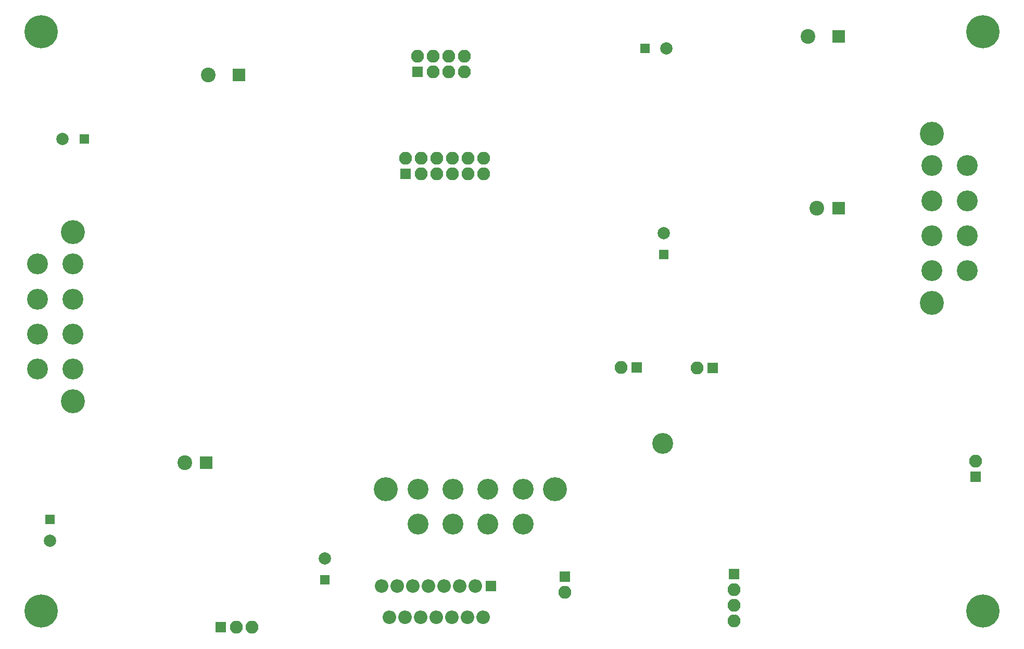
<source format=gbr>
G04 #@! TF.GenerationSoftware,KiCad,Pcbnew,5.0.0-rc2-unknown-2cb65f9~65~ubuntu18.04.1*
G04 #@! TF.CreationDate,2018-06-05T18:41:42-05:00*
G04 #@! TF.ProjectId,open-dash-daughterboard,6F70656E2D646173682D646175676874,rev?*
G04 #@! TF.SameCoordinates,Original*
G04 #@! TF.FileFunction,Soldermask,Bot*
G04 #@! TF.FilePolarity,Negative*
%FSLAX46Y46*%
G04 Gerber Fmt 4.6, Leading zero omitted, Abs format (unit mm)*
G04 Created by KiCad (PCBNEW 5.0.0-rc2-unknown-2cb65f9~65~ubuntu18.04.1) date Tue Jun  5 18:41:42 2018*
%MOMM*%
%LPD*%
G01*
G04 APERTURE LIST*
%ADD10C,5.400000*%
%ADD11R,1.700000X1.700000*%
%ADD12O,2.100000X2.100000*%
%ADD13R,1.600000X1.600000*%
%ADD14C,2.000000*%
%ADD15C,2.400000*%
%ADD16R,2.000000X2.000000*%
%ADD17C,3.400000*%
%ADD18C,3.900000*%
%ADD19R,1.800000X1.800000*%
%ADD20O,2.200000X2.200000*%
G04 APERTURE END LIST*
D10*
G04 #@! TO.C,U15*
X68796000Y-140047000D03*
X221996000Y-140047000D03*
X221996000Y-45847000D03*
X68796000Y-45847000D03*
G04 #@! TD*
D11*
G04 #@! TO.C,AMF_Antenna1*
X220800000Y-118240000D03*
D12*
X220800000Y-115700000D03*
G04 #@! TD*
D13*
G04 #@! TO.C,C1*
X70300000Y-125150000D03*
D14*
X70300000Y-128650000D03*
G04 #@! TD*
G04 #@! TO.C,C2*
X170500000Y-48500000D03*
D13*
X167000000Y-48500000D03*
G04 #@! TD*
D14*
G04 #@! TO.C,C3*
X170053000Y-78542000D03*
D13*
X170053000Y-82042000D03*
G04 #@! TD*
D15*
G04 #@! TO.C,C5*
X96027000Y-52815000D03*
D16*
X101027000Y-52815000D03*
G04 #@! TD*
G04 #@! TO.C,C6*
X198501000Y-46609000D03*
D15*
X193501000Y-46609000D03*
G04 #@! TD*
D16*
G04 #@! TO.C,C7*
X198500000Y-74500000D03*
D15*
X195000000Y-74500000D03*
G04 #@! TD*
G04 #@! TO.C,C8*
X92200000Y-115900000D03*
D16*
X95700000Y-115900000D03*
G04 #@! TD*
D17*
G04 #@! TO.C,U7*
X68250000Y-89300000D03*
X68250000Y-100700000D03*
X68250000Y-83600000D03*
X68250000Y-95000000D03*
X73950000Y-83600000D03*
X73950000Y-89300000D03*
X73950000Y-95000000D03*
X73950000Y-100700000D03*
D18*
X73950000Y-78400000D03*
X73950000Y-105900000D03*
G04 #@! TD*
D19*
G04 #@! TO.C,U11*
X142000000Y-136000000D03*
D20*
X140730000Y-141080000D03*
X139460000Y-136000000D03*
X138190000Y-141080000D03*
X136920000Y-136000000D03*
X135650000Y-141080000D03*
X134380000Y-136000000D03*
X133110000Y-141080000D03*
X131840000Y-136000000D03*
X130570000Y-141080000D03*
X129300000Y-136000000D03*
X128030000Y-141080000D03*
X126760000Y-136000000D03*
X125490000Y-141080000D03*
X124220000Y-136000000D03*
G04 #@! TD*
D17*
G04 #@! TO.C,U16*
X219400000Y-79000000D03*
X219400000Y-67600000D03*
X219400000Y-84700000D03*
X219400000Y-73300000D03*
X213700000Y-84700000D03*
X213700000Y-79000000D03*
X213700000Y-73300000D03*
X213700000Y-67600000D03*
D18*
X213700000Y-89900000D03*
X213700000Y-62400000D03*
G04 #@! TD*
D13*
G04 #@! TO.C,C22*
X115000000Y-135000000D03*
D14*
X115000000Y-131500000D03*
G04 #@! TD*
D11*
G04 #@! TO.C,J4*
X128080000Y-68940000D03*
D12*
X128080000Y-66400000D03*
X130620000Y-68940000D03*
X130620000Y-66400000D03*
X133160000Y-68940000D03*
X133160000Y-66400000D03*
X135700000Y-68940000D03*
X135700000Y-66400000D03*
X138240000Y-68940000D03*
X138240000Y-66400000D03*
X140780000Y-68940000D03*
X140780000Y-66400000D03*
G04 #@! TD*
G04 #@! TO.C,P4*
X137620000Y-49760000D03*
X137620000Y-52300000D03*
X135080000Y-49760000D03*
X135080000Y-52300000D03*
X132540000Y-49760000D03*
X132540000Y-52300000D03*
X130000000Y-49760000D03*
D11*
X130000000Y-52300000D03*
G04 #@! TD*
D13*
G04 #@! TO.C,C4*
X75819000Y-63246000D03*
D14*
X72319000Y-63246000D03*
G04 #@! TD*
D17*
G04 #@! TO.C,U13*
X169900000Y-112800000D03*
G04 #@! TD*
D11*
G04 #@! TO.C,GPS_ANT1*
X178000000Y-100500000D03*
D12*
X175460000Y-100500000D03*
G04 #@! TD*
D11*
G04 #@! TO.C,RX_TX1*
X165640000Y-100400000D03*
D12*
X163100000Y-100400000D03*
G04 #@! TD*
D11*
G04 #@! TO.C,AUDIO_IN1*
X98060000Y-142660000D03*
D12*
X100600000Y-142660000D03*
X103140000Y-142660000D03*
G04 #@! TD*
D11*
G04 #@! TO.C,P1*
X181500000Y-134020000D03*
D12*
X181500000Y-136560000D03*
X181500000Y-139100000D03*
X181500000Y-141640000D03*
G04 #@! TD*
D11*
G04 #@! TO.C,P2*
X154000000Y-134460000D03*
D12*
X154000000Y-137000000D03*
G04 #@! TD*
D17*
G04 #@! TO.C,U14*
X135800000Y-125900000D03*
X147200000Y-125900000D03*
X130100000Y-125900000D03*
X141500000Y-125900000D03*
X130100000Y-120200000D03*
X135800000Y-120200000D03*
X141500000Y-120200000D03*
X147200000Y-120200000D03*
D18*
X124900000Y-120200000D03*
X152400000Y-120200000D03*
G04 #@! TD*
M02*

</source>
